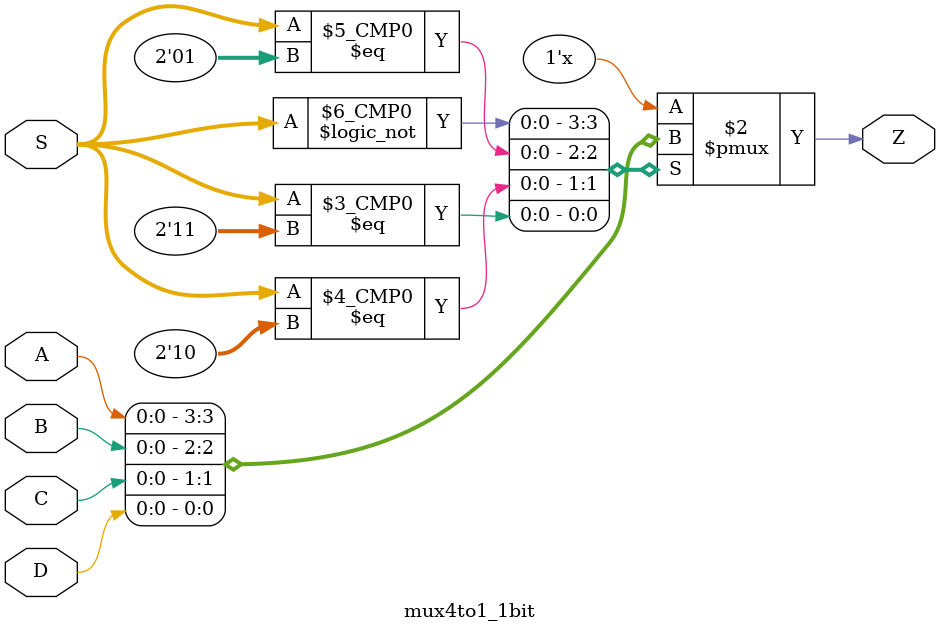
<source format=v>


// The result of translation follows.  Its copyright status should be
// considered unchanged from the original VHDL.

// no timescale needed

module mux4to1_1bit(
input wire A,
input wire B,
input wire C,
input wire D,
input wire [1:0] S,
output reg Z
);





  always @(S, A, B, C, D) begin
    case(S)
    2'b00 : begin
      Z <= A;
    end
    2'b01 : begin
      Z <= B;
    end
    2'b10 : begin
      Z <= C;
    end
    2'b11 : begin
      Z <= D;
    end
    default : begin
      Z <= A;
    end
    endcase
  end


endmodule

</source>
